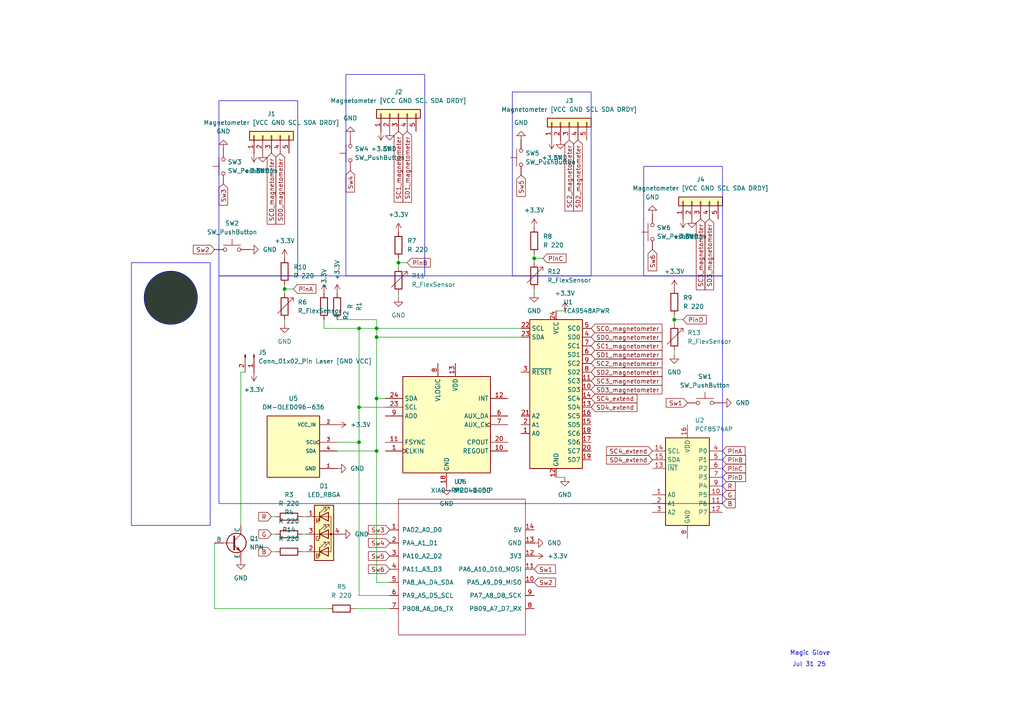
<source format=kicad_sch>
(kicad_sch (version 20250114) (generator "eeschema") (generator_version "9.0")
  (paper "A4")
  (lib_symbols
    (symbol "Connector:Conn_01x02_Pin" (pin_names (offset 1.016) (hide yes))
      (property "Reference" "J" (at 0 2.54 0))
      (property "Value" "Conn_01x02_Pin" (at 0 -5.08 0))
      (symbol "Conn_01x02_Pin_1_1"
        (rectangle (start 0.8636 0.127) (end 0 -0.127) (stroke (width 0.1524)) (fill (type outline)))
        (rectangle (start 0.8636 -2.413) (end 0 -2.667) (stroke (width 0.1524)) (fill (type outline)))
        (polyline (pts (xy 1.27 0) (xy 0.8636 0)) (stroke (width 0.1524)))
        (polyline (pts (xy 1.27 -2.54) (xy 0.8636 -2.54)) (stroke (width 0.1524)))
        (pin passive line (at 5.08 0 180) (length 3.81) (name "Pin_1") (number "1"))
        (pin passive line (at 5.08 -2.54 180) (length 3.81) (name "Pin_2") (number "2"))
      )
    )
    (symbol "Connector_Generic:Conn_01x05" (pin_names (offset 1.016) (hide yes))
      (property "Reference" "J" (at 0 7.62 0))
      (property "Value" "Conn_01x05" (at 0 -7.62 0))
      (symbol "Conn_01x05_1_1"
        (rectangle (start -1.27 6.35) (end 1.27 -6.35) (stroke (width 0.254)) (fill (type background)))
        (rectangle (start -1.27 5.207) (end 0 4.953) (stroke (width 0.1524)))
        (rectangle (start -1.27 2.667) (end 0 2.413) (stroke (width 0.1524)))
        (rectangle (start -1.27 0.127) (end 0 -0.127) (stroke (width 0.1524)))
        (rectangle (start -1.27 -2.413) (end 0 -2.667) (stroke (width 0.1524)))
        (rectangle (start -1.27 -4.953) (end 0 -5.207) (stroke (width 0.1524)))
        (pin passive line (at -5.08 5.08 0) (length 3.81) (name "Pin_1") (number "1"))
        (pin passive line (at -5.08 2.54 0) (length 3.81) (name "Pin_2") (number "2"))
        (pin passive line (at -5.08 0 0) (length 3.81) (name "Pin_3") (number "3"))
        (pin passive line (at -5.08 -2.54 0) (length 3.81) (name "Pin_4") (number "4"))
        (pin passive line (at -5.08 -5.08 0) (length 3.81) (name "Pin_5") (number "5"))
      )
    )
    (symbol "Device:LED_RBGA" (pin_names (offset 0) (hide yes))
      (property "Reference" "D" (at 0 9.398 0))
      (property "Value" "LED_RBGA" (at 0 -8.89 0))
      (symbol "LED_RBGA_0_0"
        (text "R" (at -1.905 3.81 0) (effects (font (size 1.27 1.27))))
        (text "G" (at -1.905 -1.27 0) (effects (font (size 1.27 1.27))))
        (text "B" (at -1.905 -6.35 0) (effects (font (size 1.27 1.27))))
      )
      (symbol "LED_RBGA_0_1"
        (polyline (pts (xy -1.27 6.35) (xy -1.27 3.81)) (stroke (width 0.254)))
        (polyline (pts (xy -1.27 6.35) (xy -1.27 3.81) (xy -1.27 3.81)))
        (polyline (pts (xy -1.27 5.08) (xy -2.54 5.08)))
        (polyline (pts (xy -1.27 5.08) (xy 1.27 5.08)))
        (polyline (pts (xy -1.27 1.27) (xy -1.27 -1.27)) (stroke (width 0.254)))
        (polyline (pts (xy -1.27 1.27) (xy -1.27 -1.27) (xy -1.27 -1.27)))
        (polyline (pts (xy -1.27 0) (xy -2.54 0)))
        (polyline (pts (xy -1.27 -3.81) (xy -1.27 -6.35)) (stroke (width 0.254)))
        (polyline (pts (xy -1.27 -5.08) (xy -2.54 -5.08)))
        (polyline (pts (xy -1.27 -5.08) (xy 1.27 -5.08)))
        (polyline (pts (xy -1.016 6.35) (xy 0.508 7.874) (xy -0.254 7.874) (xy 0.508 7.874) (xy 0.508 7.112)))
        (polyline (pts (xy -1.016 1.27) (xy 0.508 2.794) (xy -0.254 2.794) (xy 0.508 2.794) (xy 0.508 2.032)))
        (polyline (pts (xy -1.016 -3.81) (xy 0.508 -2.286) (xy -0.254 -2.286) (xy 0.508 -2.286) (xy 0.508 -3.048)))
        (polyline (pts (xy 0 6.35) (xy 1.524 7.874) (xy 0.762 7.874) (xy 1.524 7.874) (xy 1.524 7.112)))
        (polyline (pts (xy 0 1.27) (xy 1.524 2.794) (xy 0.762 2.794) (xy 1.524 2.794) (xy 1.524 2.032)))
        (polyline (pts (xy 0 -3.81) (xy 1.524 -2.286) (xy 0.762 -2.286) (xy 1.524 -2.286) (xy 1.524 -3.048)))
        (polyline (pts (xy 1.27 6.35) (xy 1.27 3.81) (xy -1.27 5.08) (xy 1.27 6.35)) (stroke (width 0.254)))
        (rectangle (start 1.27 6.35) (end 1.27 6.35))
        (rectangle (start 1.27 3.81) (end 1.27 6.35))
        (polyline (pts (xy 1.27 1.27) (xy 1.27 -1.27) (xy -1.27 0) (xy 1.27 1.27)) (stroke (width 0.254)))
        (rectangle (start 1.27 1.27) (end 1.27 1.27))
        (polyline (pts (xy 1.27 0) (xy -1.27 0)))
        (polyline (pts (xy 1.27 0) (xy 2.54 0)))
        (rectangle (start 1.27 -1.27) (end 1.27 1.27))
        (polyline (pts (xy 1.27 -3.81) (xy 1.27 -6.35) (xy -1.27 -5.08) (xy 1.27 -3.81)) (stroke (width 0.254)))
        (polyline (pts (xy 1.27 -5.08) (xy 2.032 -5.08) (xy 2.032 5.08) (xy 1.27 5.08)))
        (circle (center 2.032 0) (radius 0.254) (fill (type outline)))
        (rectangle (start 2.794 8.382) (end -2.794 -7.62) (stroke (width 0.254)) (fill (type background)))
      )
      (symbol "LED_RBGA_1_1"
        (pin passive line (at -5.08 5.08 0) (length 2.54) (name "RK") (number "1"))
        (pin passive line (at -5.08 0 0) (length 2.54) (name "GK") (number "3"))
        (pin passive line (at -5.08 -5.08 0) (length 2.54) (name "BK") (number "2"))
        (pin passive line (at 5.08 0 180) (length 2.54) (name "A") (number "4"))
      )
    )
    (symbol "Device:R" (pin_numbers (hide yes)) (pin_names (offset 0))
      (property "Reference" "R" (at 2.032 0 90))
      (property "Value" "R" (at 0 0 90))
      (symbol "R_0_1"
        (rectangle (start -1.016 -2.54) (end 1.016 2.54) (stroke (width 0.254)))
      )
      (symbol "R_1_1"
        (pin passive line (at 0 3.81 270) (length 1.27) (name "~") (number "1"))
        (pin passive line (at 0 -3.81 90) (length 1.27) (name "~") (number "2"))
      )
    )
    (symbol "Device:R_Variable" (pin_numbers (hide yes)) (pin_names (offset 0))
      (property "Reference" "R" (at 2.54 -2.54 90))
      (property "Value" "R_Variable" (at -2.54 -1.27 90))
      (symbol "R_Variable_0_1"
        (rectangle (start -1.016 -2.54) (end 1.016 2.54) (stroke (width 0.254)))
        (polyline (pts (xy 2.54 1.524) (xy 2.54 2.54) (xy 1.524 2.54) (xy 2.54 2.54) (xy -2.032 -2.032)))
      )
      (symbol "R_Variable_1_1"
        (pin passive line (at 0 3.81 270) (length 1.27) (name "~") (number "1"))
        (pin passive line (at 0 -3.81 90) (length 1.27) (name "~") (number "2"))
      )
    )
    (symbol "Interface_Expansion:PCF8574AP"
      (property "Reference" "U" (at -6.35 12.954 0))
      (property "Value" "PCF8574AP" (at 3.048 12.954 0))
      (symbol "PCF8574AP_0_1"
        (rectangle (start -6.35 -13.97) (end 6.35 11.43) (stroke (width 0.254)) (fill (type background)))
      )
      (symbol "PCF8574AP_1_1"
        (pin input line (at -10.16 7.62 0) (length 3.81) (name "SCL") (number "14"))
        (pin bidirectional line (at -10.16 5.08 0) (length 3.81) (name "SDA") (number "15"))
        (pin open_collector line (at -10.16 2.54 0) (length 3.81) (name "~{INT}") (number "13"))
        (pin input line (at -10.16 -5.08 0) (length 3.81) (name "A0") (number "1"))
        (pin input line (at -10.16 -7.62 0) (length 3.81) (name "A1") (number "2"))
        (pin input line (at -10.16 -10.16 0) (length 3.81) (name "A2") (number "3"))
        (pin power_in line (at 0 15.24 270) (length 3.81) (name "VDD") (number "16"))
        (pin power_in line (at 0 -17.78 90) (length 3.81) (name "GND") (number "8"))
        (pin bidirectional line (at 10.16 7.62 180) (length 3.81) (name "P0") (number "4"))
        (pin bidirectional line (at 10.16 5.08 180) (length 3.81) (name "P1") (number "5"))
        (pin bidirectional line (at 10.16 2.54 180) (length 3.81) (name "P2") (number "6"))
        (pin bidirectional line (at 10.16 0 180) (length 3.81) (name "P3") (number "7"))
        (pin bidirectional line (at 10.16 -2.54 180) (length 3.81) (name "P4") (number "9"))
        (pin bidirectional line (at 10.16 -5.08 180) (length 3.81) (name "P5") (number "10"))
        (pin bidirectional line (at 10.16 -7.62 180) (length 3.81) (name "P6") (number "11"))
        (pin bidirectional line (at 10.16 -10.16 180) (length 3.81) (name "P7") (number "12"))
      )
    )
    (symbol "Interface_Expansion:TCA9548APWR"
      (property "Reference" "U" (at -7.62 21.59 0))
      (property "Value" "TCA9548APWR" (at 1.016 21.59 0))
      (symbol "TCA9548APWR_0_1"
        (rectangle (start -7.62 20.32) (end 7.62 -22.86) (stroke (width 0.254)) (fill (type background)))
      )
      (symbol "TCA9548APWR_1_1"
        (pin input line (at -10.16 17.78 0) (length 2.54) (name "SCL") (number "22"))
        (pin bidirectional line (at -10.16 15.24 0) (length 2.54) (name "SDA") (number "23"))
        (pin input line (at -10.16 5.08 0) (length 2.54) (name "~{RESET}") (number "3"))
        (pin input line (at -10.16 -7.62 0) (length 2.54) (name "A2") (number "21"))
        (pin input line (at -10.16 -10.16 0) (length 2.54) (name "A1") (number "2"))
        (pin input line (at -10.16 -12.7 0) (length 2.54) (name "A0") (number "1"))
        (pin power_in line (at 0 22.86 270) (length 2.54) (name "VCC") (number "24"))
        (pin power_in line (at 0 -25.4 90) (length 2.54) (name "GND") (number "12"))
        (pin output line (at 10.16 17.78 180) (length 2.54) (name "SC0") (number "5"))
        (pin bidirectional line (at 10.16 15.24 180) (length 2.54) (name "SD0") (number "4"))
        (pin output line (at 10.16 12.7 180) (length 2.54) (name "SC1") (number "7"))
        (pin bidirectional line (at 10.16 10.16 180) (length 2.54) (name "SD1") (number "6"))
        (pin output line (at 10.16 7.62 180) (length 2.54) (name "SC2") (number "9"))
        (pin bidirectional line (at 10.16 5.08 180) (length 2.54) (name "SD2") (number "8"))
        (pin output line (at 10.16 2.54 180) (length 2.54) (name "SC3") (number "11"))
        (pin bidirectional line (at 10.16 0 180) (length 2.54) (name "SD3") (number "10"))
        (pin output line (at 10.16 -2.54 180) (length 2.54) (name "SC4") (number "14"))
        (pin bidirectional line (at 10.16 -5.08 180) (length 2.54) (name "SD4") (number "13"))
        (pin output line (at 10.16 -7.62 180) (length 2.54) (name "SC5") (number "16"))
        (pin bidirectional line (at 10.16 -10.16 180) (length 2.54) (name "SD5") (number "15"))
        (pin output line (at 10.16 -12.7 180) (length 2.54) (name "SC6") (number "18"))
        (pin bidirectional line (at 10.16 -15.24 180) (length 2.54) (name "SD6") (number "17"))
        (pin output line (at 10.16 -17.78 180) (length 2.54) (name "SC7") (number "20"))
        (pin bidirectional line (at 10.16 -20.32 180) (length 2.54) (name "SD7") (number "19"))
      )
    )
    (symbol "OLED:DM-OLED096-636" (pin_names (offset 1.016))
      (property "Reference" "U" (at -7.62 10.922 0))
      (property "Value" "DM-OLED096-636" (at -7.62 -10.16 0))
      (symbol "DM-OLED096-636_0_0"
        (rectangle (start -7.62 -7.62) (end 7.62 10.16) (stroke (width 0.254)) (fill (type background)))
        (pin power_in line (at 12.7 7.62 180) (length 5.08) (name "VCC_IN") (number "2"))
        (pin input clock (at 12.7 2.54 180) (length 5.08) (name "SCL") (number "3"))
        (pin bidirectional line (at 12.7 0 180) (length 5.08) (name "SDA") (number "4"))
        (pin power_in line (at 12.7 -5.08 180) (length 5.08) (name "GND") (number "1"))
      )
    )
    (symbol "Sensor_Motion:MPU-6050"
      (property "Reference" "U" (at -11.43 13.97 0))
      (property "Value" "MPU-6050" (at 7.62 -15.24 0))
      (symbol "MPU-6050_0_0"
        (text "" (at 12.7 -2.54 0) (effects (font (size 1.27 1.27))))
      )
      (symbol "MPU-6050_0_1"
        (rectangle (start -12.7 13.97) (end 12.7 -13.97) (stroke (width 0.254)) (fill (type background)))
      )
      (symbol "MPU-6050_1_1"
        (pin bidirectional line (at -17.78 7.62 0) (length 5.08) (name "SDA") (number "24"))
        (pin input line (at -17.78 5.08 0) (length 5.08) (name "SCL") (number "23"))
        (pin input line (at -17.78 2.54 0) (length 5.08) (name "AD0") (number "9"))
        (pin input line (at -17.78 -5.08 0) (length 5.08) (name "FSYNC") (number "11"))
        (pin input clock (at -17.78 -7.62 0) (length 5.08) (name "CLKIN") (number "1"))
        (pin no_connect line (at -12.7 12.7 0) (length 2.54) (hide yes) (name "NC") (number "2"))
        (pin no_connect line (at -12.7 10.16 0) (length 2.54) (hide yes) (name "NC") (number "3"))
        (pin no_connect line (at -12.7 0 0) (length 2.54) (hide yes) (name "NC") (number "4"))
        (pin no_connect line (at -12.7 -2.54 0) (length 2.54) (hide yes) (name "NC") (number "5"))
        (pin no_connect line (at -12.7 -10.16 0) (length 2.54) (hide yes) (name "NC") (number "14"))
        (pin power_in line (at -2.54 17.78 270) (length 3.81) (name "VLOGIC") (number "8"))
        (pin power_in line (at 0 -17.78 90) (length 3.81) (name "GND") (number "18"))
        (pin power_in line (at 2.54 17.78 270) (length 3.81) (name "VDD") (number "13"))
        (pin no_connect line (at 12.7 12.7 180) (length 2.54) (hide yes) (name "NC") (number "15"))
        (pin no_connect line (at 12.7 10.16 180) (length 2.54) (hide yes) (name "NC") (number "16"))
        (pin no_connect line (at 12.7 5.08 180) (length 2.54) (hide yes) (name "NC") (number "17"))
        (pin no_connect line (at 12.7 -2.54 180) (length 2.54) (hide yes) (name "RESV") (number "21"))
        (pin no_connect line (at 12.7 -10.16 180) (length 2.54) (hide yes) (name "RESV") (number "19"))
        (pin no_connect line (at 12.7 -12.7 180) (length 2.54) (hide yes) (name "RESV") (number "22"))
        (pin output line (at 17.78 7.62 180) (length 5.08) (name "INT") (number "12"))
        (pin bidirectional line (at 17.78 2.54 180) (length 5.08) (name "AUX_DA") (number "6"))
        (pin output clock (at 17.78 0 180) (length 5.08) (name "AUX_CL") (number "7"))
        (pin passive line (at 17.78 -5.08 180) (length 5.08) (name "CPOUT") (number "20"))
        (pin passive line (at 17.78 -7.62 180) (length 5.08) (name "REGOUT") (number "10"))
      )
    )
    (symbol "Simulation_SPICE:NPN" (pin_numbers (hide yes)) (pin_names (offset 0))
      (property "Reference" "Q" (at -2.54 7.62 0))
      (property "Value" "NPN" (at -2.54 5.08 0))
      (symbol "NPN_0_1"
        (polyline (pts (xy -2.54 0) (xy 0.635 0)) (stroke (width 0.1524)))
        (polyline (pts (xy 0.635 1.905) (xy 0.635 -1.905) (xy 0.635 -1.905)) (stroke (width 0.508)))
        (polyline (pts (xy 0.635 0.635) (xy 2.54 2.54)))
        (polyline (pts (xy 0.635 -0.635) (xy 2.54 -2.54) (xy 2.54 -2.54)))
        (circle (center 1.27 0) (radius 2.8194) (stroke (width 0.254)))
        (polyline (pts (xy 1.27 -1.778) (xy 1.778 -1.27) (xy 2.286 -2.286) (xy 1.27 -1.778) (xy 1.27 -1.778)) (fill (type outline)))
        (polyline (pts (xy 2.794 -1.27) (xy 2.794 -1.27)) (stroke (width 0.1524)))
        (polyline (pts (xy 2.794 -1.27) (xy 2.794 -1.27)) (stroke (width 0.1524)))
      )
      (symbol "NPN_1_1"
        (pin input line (at -5.08 0 0) (length 2.54) (name "B") (number "2"))
        (pin open_collector line (at 2.54 5.08 270) (length 2.54) (name "C") (number "1"))
        (pin open_emitter line (at 2.54 -5.08 90) (length 2.54) (name "E") (number "3"))
      )
    )
    (symbol "Switch:SW_Push" (pin_numbers (hide yes)) (pin_names (offset 1.016) (hide yes))
      (property "Reference" "SW" (at 1.27 2.54 0))
      (property "Value" "SW_Push" (at 0 -1.524 0))
      (symbol "SW_Push_0_1"
        (circle (center -2.032 0) (radius 0.508))
        (polyline (pts (xy 0 1.27) (xy 0 3.048)))
        (circle (center 2.032 0) (radius 0.508))
        (polyline (pts (xy 2.54 1.27) (xy -2.54 1.27)))
        (pin passive line (at -5.08 0 0) (length 2.54) (name "1") (number "1"))
        (pin passive line (at 5.08 0 180) (length 2.54) (name "2") (number "2"))
      )
    )
    (symbol "power:+3.3V" (power) (pin_numbers (hide yes)) (pin_names (offset 0) (hide yes))
      (property "Value" "+3.3V" (at 0 3.556 0))
      (symbol "+3.3V_0_1"
        (polyline (pts (xy -0.762 1.27) (xy 0 2.54)))
        (polyline (pts (xy 0 2.54) (xy 0.762 1.27)))
        (polyline (pts (xy 0 0) (xy 0 2.54)))
      )
      (symbol "+3.3V_1_1"
        (pin power_in line (at 0 0 90) (length 0) (name "~") (number "1"))
      )
    )
    (symbol "power:GND" (power) (pin_numbers (hide yes)) (pin_names (offset 0) (hide yes))
      (property "Value" "GND" (at 0 -3.81 0))
      (symbol "GND_0_1"
        (polyline (pts (xy 0 0) (xy 0 -1.27) (xy 1.27 -1.27) (xy 0 -2.54) (xy -1.27 -1.27) (xy 0 -1.27)))
      )
      (symbol "GND_1_1"
        (pin power_in line (at 0 0 270) (length 0) (name "~") (number "1"))
      )
    )
    (symbol "seeed:XIAO-RP2040-DIP" (pin_names (offset 1.016))
      (property "Reference" "U" (at -18.542 23.114 0))
      (property "Value" "XIAO-RP2040-DIP" (at -10.16 21.336 0))
      (symbol "XIAO-RP2040-DIP_0_1"
        (rectangle (start -19.05 20.32) (end 17.78 -19.05))
      )
      (symbol "XIAO-RP2040-DIP_1_1"
        (pin passive line (at -21.59 11.43 0) (length 2.54) (name "PA02_A0_D0") (number "1"))
        (pin passive line (at -21.59 7.62 0) (length 2.54) (name "PA4_A1_D1") (number "2"))
        (pin passive line (at -21.59 3.81 0) (length 2.54) (name "PA10_A2_D2") (number "3"))
        (pin passive line (at -21.59 0 0) (length 2.54) (name "PA11_A3_D3") (number "4"))
        (pin passive line (at -21.59 -3.81 0) (length 2.54) (name "PA8_A4_D4_SDA") (number "5"))
        (pin passive line (at -21.59 -7.62 0) (length 2.54) (name "PA9_A5_D5_SCL") (number "6"))
        (pin passive line (at -21.59 -11.43 0) (length 2.54) (name "PB08_A6_D6_TX") (number "7"))
        (pin passive line (at 20.32 11.43 180) (length 2.54) (name "5V") (number "14"))
        (pin passive line (at 20.32 7.62 180) (length 2.54) (name "GND") (number "13"))
        (pin passive line (at 20.32 3.81 180) (length 2.54) (name "3V3") (number "12"))
        (pin passive line (at 20.32 0 180) (length 2.54) (name "PA6_A10_D10_MOSI") (number "11"))
        (pin passive line (at 20.32 -3.81 180) (length 2.54) (name "PA5_A9_D9_MISO") (number "10"))
        (pin passive line (at 20.32 -7.62 180) (length 2.54) (name "PA7_A8_D8_SCK") (number "9"))
        (pin passive line (at 20.32 -11.43 180) (length 2.54) (name "PB09_A7_D7_RX") (number "8"))
      )
    )
  )
  (rectangle (start 63.5 29.21) (end 86.36 80.01))
  (rectangle (start 186.69 48.26) (end 209.55 80.01))
  (circle (center 49.53 86.36) (radius 7.7251) (fill (type color) (color 48 62 54 1)))
  (rectangle (start 148.59 26.67) (end 171.45 80.01))
  (rectangle (start 100.33 21.59) (end 123.19 80.01))
  (rectangle (start 63.5 80.01) (end 209.55 146.05))
  (rectangle (start 38.1 76.2) (end 60.96 152.4))
  (text "Magic Glove" (at 234.95 189.484 0) (effects (font (size 1.27 1.27))))
  (text "Jul 31 25" (at 234.696 192.786 0) (effects (font (size 1.27 1.27))))
  (junction (at 109.22 97.79))
  (junction (at 109.22 115.57))
  (junction (at 195.58 92.71))
  (junction (at 82.55 83.82))
  (junction (at 109.22 130.81))
  (junction (at 154.94 74.93))
  (junction (at 104.14 118.11))
  (junction (at 115.57 76.2))
  (junction (at 109.22 95.25))
  (junction (at 104.14 128.27))
  (junction (at 104.14 95.25))
  (wire (pts (xy 104.14 172.72) (xy 113.03 172.72)))
  (wire (pts (xy 87.63 149.86) (xy 88.9 149.86)))
  (wire (pts (xy 109.22 97.79) (xy 109.22 115.57)))
  (wire (pts (xy 69.85 107.95) (xy 69.85 152.4)))
  (wire (pts (xy 104.14 128.27) (xy 104.14 172.72)))
  (wire (pts (xy 82.55 82.55) (xy 82.55 83.82)))
  (wire (pts (xy 104.14 118.11) (xy 104.14 128.27)))
  (wire (pts (xy 102.87 176.53) (xy 113.03 176.53)))
  (wire (pts (xy 93.98 92.71) (xy 93.98 95.25)))
  (wire (pts (xy 104.14 95.25) (xy 104.14 118.11)))
  (wire (pts (xy 97.79 92.71) (xy 109.22 92.71)))
  (wire (pts (xy 62.23 176.53) (xy 95.25 176.53)))
  (wire (pts (xy 82.55 92.71) (xy 82.55 93.98)))
  (wire (pts (xy 104.14 95.25) (xy 109.22 95.25)))
  (wire (pts (xy 109.22 130.81) (xy 109.22 168.91)))
  (wire (pts (xy 115.57 85.09) (xy 115.57 86.36)))
  (wire (pts (xy 154.94 74.93) (xy 154.94 76.2)))
  (wire (pts (xy 115.57 74.93) (xy 115.57 76.2)))
  (wire (pts (xy 195.58 92.71) (xy 198.12 92.71)))
  (wire (pts (xy 62.23 157.48) (xy 62.23 176.53)))
  (wire (pts (xy 195.58 101.6) (xy 195.58 102.87)))
  (wire (pts (xy 78.74 154.94) (xy 80.01 154.94)))
  (wire (pts (xy 109.22 92.71) (xy 109.22 95.25)))
  (wire (pts (xy 109.22 115.57) (xy 109.22 130.81)))
  (wire (pts (xy 78.74 160.02) (xy 80.01 160.02)))
  (wire (pts (xy 109.22 97.79) (xy 151.13 97.79)))
  (wire (pts (xy 87.63 154.94) (xy 88.9 154.94)))
  (wire (pts (xy 71.12 107.95) (xy 69.85 107.95)))
  (wire (pts (xy 161.29 138.43) (xy 163.83 138.43)))
  (wire (pts (xy 154.94 74.93) (xy 157.48 74.93)))
  (wire (pts (xy 93.98 95.25) (xy 104.14 95.25)))
  (wire (pts (xy 161.29 90.17) (xy 163.83 90.17)))
  (wire (pts (xy 104.14 118.11) (xy 111.76 118.11)))
  (wire (pts (xy 195.58 91.44) (xy 195.58 92.71)))
  (wire (pts (xy 154.94 83.82) (xy 154.94 85.09)))
  (wire (pts (xy 109.22 168.91) (xy 113.03 168.91)))
  (wire (pts (xy 109.22 95.25) (xy 151.13 95.25)))
  (wire (pts (xy 109.22 97.79) (xy 109.22 95.25)))
  (wire (pts (xy 115.57 76.2) (xy 115.57 77.47)))
  (wire (pts (xy 195.58 92.71) (xy 195.58 93.98)))
  (wire (pts (xy 78.74 149.86) (xy 80.01 149.86)))
  (wire (pts (xy 97.79 128.27) (xy 104.14 128.27)))
  (wire (pts (xy 87.63 160.02) (xy 88.9 160.02)))
  (wire (pts (xy 115.57 76.2) (xy 118.11 76.2)))
  (wire (pts (xy 111.76 115.57) (xy 109.22 115.57)))
  (wire (pts (xy 82.55 83.82) (xy 82.55 85.09)))
  (wire (pts (xy 82.55 83.82) (xy 85.09 83.82)))
  (wire (pts (xy 97.79 130.81) (xy 109.22 130.81)))
  (wire (pts (xy 154.94 73.66) (xy 154.94 74.93)))
  (global_label "SD4_extend" (shape input) (at 171.45 118.11 0) (property "Intersheetrefs" "${INTERSHEET_REFS}" (effects (hide yes))))
  (global_label "SC2_magnetometer" (shape input) (at 165.1 40.64 270) (property "Intersheetrefs" "${INTERSHEET_REFS}" (effects (hide yes))))
  (global_label "Sw5" (shape input) (at 113.03 161.29 180) (property "Intersheetrefs" "${INTERSHEET_REFS}" (effects (hide yes))))
  (global_label "Sw3" (shape input) (at 64.77 53.34 270) (property "Intersheetrefs" "${INTERSHEET_REFS}" (effects (hide yes))))
  (global_label "SD2_magnetometer" (shape input) (at 167.64 40.64 270) (property "Intersheetrefs" "${INTERSHEET_REFS}" (effects (hide yes))))
  (global_label "Sw5" (shape input) (at 151.13 50.8 270) (property "Intersheetrefs" "${INTERSHEET_REFS}" (effects (hide yes))))
  (global_label "PinA" (shape input) (at 85.09 83.82 0) (property "Intersheetrefs" "${INTERSHEET_REFS}" (effects (hide yes))))
  (global_label "SC2_magnetometer" (shape input) (at 171.45 105.41 0) (property "Intersheetrefs" "${INTERSHEET_REFS}" (effects (hide yes))))
  (global_label "PinD" (shape input) (at 209.55 138.43 0) (property "Intersheetrefs" "${INTERSHEET_REFS}" (effects (hide yes))))
  (global_label "Sw1" (shape input) (at 199.39 116.84 180) (property "Intersheetrefs" "${INTERSHEET_REFS}" (effects (hide yes))))
  (global_label "SC0_magnetometer" (shape input) (at 171.45 95.25 0) (property "Intersheetrefs" "${INTERSHEET_REFS}" (effects (hide yes))))
  (global_label "PinC" (shape input) (at 157.48 74.93 0) (property "Intersheetrefs" "${INTERSHEET_REFS}" (effects (hide yes))))
  (global_label "SD2_magnetometer" (shape input) (at 171.45 107.95 0) (property "Intersheetrefs" "${INTERSHEET_REFS}" (effects (hide yes))))
  (global_label "SC4_extend" (shape input) (at 189.23 130.81 180) (property "Intersheetrefs" "${INTERSHEET_REFS}" (effects (hide yes))))
  (global_label "SD3_magnetometer" (shape input) (at 205.74 63.5 270) (property "Intersheetrefs" "${INTERSHEET_REFS}" (effects (hide yes))))
  (global_label "SD3_magnetometer" (shape input) (at 171.45 113.03 0) (property "Intersheetrefs" "${INTERSHEET_REFS}" (effects (hide yes))))
  (global_label "PinC" (shape input) (at 209.55 135.89 0) (property "Intersheetrefs" "${INTERSHEET_REFS}" (effects (hide yes))))
  (global_label "G" (shape input) (at 209.55 143.51 0) (property "Intersheetrefs" "${INTERSHEET_REFS}" (effects (hide yes))))
  (global_label "Sw2" (shape input) (at 62.23 72.39 180) (property "Intersheetrefs" "${INTERSHEET_REFS}" (effects (hide yes))))
  (global_label "PinA" (shape input) (at 209.55 130.81 0) (property "Intersheetrefs" "${INTERSHEET_REFS}" (effects (hide yes))))
  (global_label "SC4_extend" (shape input) (at 171.45 115.57 0) (property "Intersheetrefs" "${INTERSHEET_REFS}" (effects (hide yes))))
  (global_label "R" (shape input) (at 209.55 140.97 0) (property "Intersheetrefs" "${INTERSHEET_REFS}" (effects (hide yes))))
  (global_label "SD0_magnetometer" (shape input) (at 81.28 44.45 270) (property "Intersheetrefs" "${INTERSHEET_REFS}" (effects (hide yes))))
  (global_label "Sw3" (shape input) (at 113.03 153.67 180) (property "Intersheetrefs" "${INTERSHEET_REFS}" (effects (hide yes))))
  (global_label "Sw6" (shape input) (at 113.03 165.1 180) (property "Intersheetrefs" "${INTERSHEET_REFS}" (effects (hide yes))))
  (global_label "Sw4" (shape input) (at 113.03 157.48 180) (property "Intersheetrefs" "${INTERSHEET_REFS}" (effects (hide yes))))
  (global_label "PinD" (shape input) (at 198.12 92.71 0) (property "Intersheetrefs" "${INTERSHEET_REFS}" (effects (hide yes))))
  (global_label "SC1_magnetometer" (shape input) (at 171.45 100.33 0) (property "Intersheetrefs" "${INTERSHEET_REFS}" (effects (hide yes))))
  (global_label "Sw4" (shape input) (at 101.6 49.53 270) (property "Intersheetrefs" "${INTERSHEET_REFS}" (effects (hide yes))))
  (global_label "SC3_magnetometer" (shape input) (at 203.2 63.5 270) (property "Intersheetrefs" "${INTERSHEET_REFS}" (effects (hide yes))))
  (global_label "SC3_magnetometer" (shape input) (at 171.45 110.49 0) (property "Intersheetrefs" "${INTERSHEET_REFS}" (effects (hide yes))))
  (global_label "B" (shape input) (at 209.55 146.05 0) (property "Intersheetrefs" "${INTERSHEET_REFS}" (effects (hide yes))))
  (global_label "R" (shape input) (at 78.74 149.86 180) (property "Intersheetrefs" "${INTERSHEET_REFS}" (effects (hide yes))))
  (global_label "PinB" (shape input) (at 118.11 76.2 0) (property "Intersheetrefs" "${INTERSHEET_REFS}" (effects (hide yes))))
  (global_label "Sw2" (shape input) (at 154.94 168.91 0) (property "Intersheetrefs" "${INTERSHEET_REFS}" (effects (hide yes))))
  (global_label "SC0_magnetometer" (shape input) (at 78.74 44.45 270) (property "Intersheetrefs" "${INTERSHEET_REFS}" (effects (hide yes))))
  (global_label "SD1_magnetometer" (shape input) (at 171.45 102.87 0) (property "Intersheetrefs" "${INTERSHEET_REFS}" (effects (hide yes))))
  (global_label "SC1_magnetometer" (shape input) (at 115.57 38.1 270) (property "Intersheetrefs" "${INTERSHEET_REFS}" (effects (hide yes))))
  (global_label "SD4_extend" (shape input) (at 189.23 133.35 180) (property "Intersheetrefs" "${INTERSHEET_REFS}" (effects (hide yes))))
  (global_label "Sw6" (shape input) (at 189.23 72.39 270) (property "Intersheetrefs" "${INTERSHEET_REFS}" (effects (hide yes))))
  (global_label "SD0_magnetometer" (shape input) (at 171.45 97.79 0) (property "Intersheetrefs" "${INTERSHEET_REFS}" (effects (hide yes))))
  (global_label "B" (shape input) (at 78.74 160.02 180) (property "Intersheetrefs" "${INTERSHEET_REFS}" (effects (hide yes))))
  (global_label "G" (shape input) (at 78.74 154.94 180) (property "Intersheetrefs" "${INTERSHEET_REFS}" (effects (hide yes))))
  (global_label "Sw1" (shape input) (at 154.94 165.1 0) (property "Intersheetrefs" "${INTERSHEET_REFS}" (effects (hide yes))))
  (global_label "SD1_magnetometer" (shape input) (at 118.11 38.1 270) (property "Intersheetrefs" "${INTERSHEET_REFS}" (effects (hide yes))))
  (global_label "PinB" (shape input) (at 209.55 133.35 0) (property "Intersheetrefs" "${INTERSHEET_REFS}" (effects (hide yes))))
  (symbol (lib_id "Sensor_Motion:MPU-6050") (at 129.54 123.19 0) (unit 1)
    (property "Reference" "U7" (at 131.6833 139.7 0) (effects (justify left)))
    (property "Value" "MPU-6050" (at 131.6833 142.24 0) (effects (justify left)))
    (property "Footprint" "Sensor_Motion:InvenSense_QFN-24_4x4mm_P0.5mm" (effects (hide yes)))
    (property "Datasheet" "https://invensense.tdk.com/wp-content/uploads/2015/02/MPU-6000-Datasheet1.pdf" (effects (hide yes)))
    (property "Description" "InvenSense 6-Axis Motion Sensor, Gyroscope, Accelerometer, I2C" (effects (hide yes)))
  )
  (symbol (lib_id "power:GND") (at 129.54 140.97 0) (unit 1)
    (property "Reference" "#PWR017" (effects (hide yes)))
    (property "Value" "GND" (at 129.54 146.05 0))
    (property "Description" "Power symbol creates a global label with name \"GND\" , ground" (effects (hide yes)))
  )
  (symbol (lib_id "power:GND") (at 101.6 39.37 180) (unit 1)
    (property "Reference" "#PWR019" (effects (hide yes)))
    (property "Value" "GND" (at 101.6 34.29 0))
    (property "Description" "Power symbol creates a global label with name \"GND\" , ground" (effects (hide yes)))
  )
  (symbol (lib_id "power:GND") (at 97.79 135.89 90) (unit 1)
    (property "Reference" "#PWR03" (effects (hide yes)))
    (property "Value" "GND" (at 101.6 135.8899 90) (effects (justify right)))
    (property "Description" "Power symbol creates a global label with name \"GND\" , ground" (effects (hide yes)))
  )
  (symbol (lib_id "Device:R") (at 154.94 69.85 180) (unit 1)
    (property "Reference" "R8" (at 157.48 68.5799 0) (effects (justify right)))
    (property "Value" "R 220" (at 157.48 71.1199 0) (effects (justify right)))
    (property "Description" "Resistor" (effects (hide yes)))
  )
  (symbol (lib_id "power:GND") (at 162.56 40.64 0) (unit 1)
    (property "Reference" "#PWR06" (effects (hide yes)))
    (property "Value" "GND" (at 162.56 45.72 0))
    (property "Description" "Power symbol creates a global label with name \"GND\" , ground" (effects (hide yes)))
  )
  (symbol (lib_id "Switch:SW_Push") (at 67.31 72.39 0) (unit 1)
    (property "Reference" "SW2" (at 67.31 64.77 0))
    (property "Value" "SW_PushButton" (at 67.31 67.31 0))
    (property "Description" "Push button switch, generic, two pins" (effects (hide yes)))
  )
  (symbol (lib_id "power:+3.3V") (at 115.57 67.31 0) (unit 1)
    (property "Reference" "#PWR029" (effects (hide yes)))
    (property "Value" "+3.3V" (at 115.57 62.23 0))
    (property "Description" "Power symbol creates a global label with name \"+3.3V\"" (effects (hide yes)))
  )
  (symbol (lib_id "Device:R") (at 93.98 88.9 0) (unit 1)
    (property "Reference" "R2" (at 100.33 91.44 90))
    (property "Value" "R" (at 97.79 91.44 90))
    (property "Description" "Resistor" (effects (hide yes)))
  )
  (symbol (lib_id "Switch:SW_Push") (at 204.47 116.84 0) (unit 1)
    (property "Reference" "SW1" (at 204.47 109.22 0))
    (property "Value" "SW_PushButton" (at 204.47 111.76 0))
    (property "Description" "Push button switch, generic, two pins" (effects (hide yes)))
  )
  (symbol (lib_id "power:GND") (at 195.58 102.87 0) (unit 1)
    (property "Reference" "#PWR034" (effects (hide yes)))
    (property "Value" "GND" (at 195.58 107.95 0))
    (property "Description" "Power symbol creates a global label with name \"GND\" , ground" (effects (hide yes)))
  )
  (symbol (lib_id "power:GND") (at 154.94 85.09 0) (unit 1)
    (property "Reference" "#PWR032" (effects (hide yes)))
    (property "Value" "GND" (at 154.94 90.17 0))
    (property "Description" "Power symbol creates a global label with name \"GND\" , ground" (effects (hide yes)))
  )
  (symbol (lib_id "Device:R") (at 82.55 78.74 180) (unit 1)
    (property "Reference" "R10" (at 85.09 77.4699 0) (effects (justify right)))
    (property "Value" "R 220" (at 85.09 80.0099 0) (effects (justify right)))
    (property "Description" "Resistor" (effects (hide yes)))
  )
  (symbol (lib_id "power:+3.3V") (at 97.79 85.09 0) (unit 1)
    (property "Reference" "#PWR01" (effects (hide yes)))
    (property "Value" "+3.3V" (at 97.7901 81.28 90) (effects (justify left)))
    (property "Description" "Power symbol creates a global label with name \"+3.3V\"" (effects (hide yes)))
  )
  (symbol (lib_id "Device:R_Variable") (at 82.55 88.9 0) (unit 1)
    (property "Reference" "R6" (at 86.36 87.6299 0) (effects (justify left)))
    (property "Value" "R_FlexSensor" (at 86.36 90.1699 0) (effects (justify left)))
    (property "Description" "Variable resistor" (effects (hide yes)))
  )
  (symbol (lib_id "Switch:SW_Push") (at 151.13 45.72 90) (unit 1)
    (property "Reference" "SW5" (at 152.4 44.4499 90) (effects (justify right)))
    (property "Value" "SW_PushButton" (at 152.4 46.9899 90) (effects (justify right)))
    (property "Description" "Push button switch, generic, two pins" (effects (hide yes)))
  )
  (symbol (lib_id "Device:LED_RBGA") (at 93.98 154.94 0) (unit 1)
    (property "Reference" "D1" (at 93.98 140.97 0))
    (property "Value" "LED_RBGA" (at 93.98 143.51 0))
    (property "Description" "RGB LED, red/blue/green/anode" (effects (hide yes)))
  )
  (symbol (lib_id "Simulation_SPICE:NPN") (at 67.31 157.48 0) (unit 1)
    (property "Reference" "Q1" (at 72.39 156.2099 0) (effects (justify left)))
    (property "Value" "NPN" (at 72.39 158.7499 0) (effects (justify left)))
    (property "Datasheet" "https://ngspice.sourceforge.io/docs/ngspice-html-manual/manual.xhtml#cha_BJTs" (effects (hide yes)))
    (property "Description" "Bipolar transistor symbol for simulation only, substrate tied to the emitter" (effects (hide yes)))
    (property "Sim.Device" "NPN" (effects (hide yes)))
    (property "Sim.Type" "GUMMELPOON" (effects (hide yes)))
    (property "Sim.Pins" "1=C 2=B 3=E" (effects (hide yes)))
  )
  (symbol (lib_id "power:GND") (at 69.85 162.56 0) (unit 1)
    (property "Reference" "#PWR025" (effects (hide yes)))
    (property "Value" "GND" (at 69.85 167.64 0))
    (property "Description" "Power symbol creates a global label with name \"GND\" , ground" (effects (hide yes)))
  )
  (symbol (lib_id "power:GND") (at 72.39 72.39 90) (unit 1)
    (property "Reference" "#PWR024" (effects (hide yes)))
    (property "Value" "GND" (at 76.2 72.3899 90) (effects (justify right)))
    (property "Description" "Power symbol creates a global label with name \"GND\" , ground" (effects (hide yes)))
  )
  (symbol (lib_id "power:+3.3V") (at 154.94 66.04 0) (unit 1)
    (property "Reference" "#PWR031" (effects (hide yes)))
    (property "Value" "+3.3V" (at 154.94 60.96 0))
    (property "Description" "Power symbol creates a global label with name \"+3.3V\"" (effects (hide yes)))
  )
  (symbol (lib_id "power:+3.3V") (at 195.58 83.82 0) (unit 1)
    (property "Reference" "#PWR033" (effects (hide yes)))
    (property "Value" "+3.3V" (at 195.58 78.74 0))
    (property "Description" "Power symbol creates a global label with name \"+3.3V\"" (effects (hide yes)))
  )
  (symbol (lib_id "power:GND") (at 82.55 93.98 0) (unit 1)
    (property "Reference" "#PWR027" (effects (hide yes)))
    (property "Value" "GND" (at 82.55 99.06 0))
    (property "Description" "Power symbol creates a global label with name \"GND\" , ground" (effects (hide yes)))
  )
  (symbol (lib_id "power:+3.3V") (at 110.49 38.1 180) (unit 1)
    (property "Reference" "#PWR010" (effects (hide yes)))
    (property "Value" "+3.3V" (at 110.49 43.18 0))
    (property "Description" "Power symbol creates a global label with name \"+3.3V\"" (effects (hide yes)))
  )
  (symbol (lib_id "Switch:SW_Push") (at 64.77 48.26 90) (unit 1)
    (property "Reference" "SW3" (at 66.04 46.9899 90) (effects (justify right)))
    (property "Value" "SW_PushButton" (at 66.04 49.5299 90) (effects (justify right)))
    (property "Description" "Push button switch, generic, two pins" (effects (hide yes)))
  )
  (symbol (lib_id "Device:R") (at 83.82 160.02 90) (unit 1)
    (property "Reference" "R14" (at 83.82 153.67 90))
    (property "Value" "R 220" (at 83.82 156.21 90))
    (property "Description" "Resistor" (effects (hide yes)))
  )
  (symbol (lib_id "OLED:DM-OLED096-636") (at 85.09 130.81 0) (unit 1)
    (property "Reference" "U5" (at 85.09 115.57 0))
    (property "Value" "DM-OLED096-636" (at 85.09 118.11 0))
    (property "Footprint" "DM-OLED096-636:MODULE_DM-OLED096-636" (effects (hide yes)))
    (property "MF" "Display Module" (effects (hide yes)))
    (property "MAXIMUM_PACKAGE_HEIGHT" "11.3 mm" (effects (hide yes)))
    (property "Package" "Package" (effects (hide yes)))
    (property "Price" "None" (effects (hide yes)))
    (property "Check_prices" "https://www.snapeda.com/parts/DM-OLED096-636/Display+Module/view-part/?ref=eda" (effects (hide yes)))
    (property "STANDARD" "Manufacturer Recommendations" (effects (hide yes)))
    (property "PARTREV" "2018-09-10" (effects (hide yes)))
    (property "SnapEDA_Link" "https://www.snapeda.com/parts/DM-OLED096-636/Display+Module/view-part/?ref=snap" (effects (hide yes)))
    (property "MP" "DM-OLED096-636" (effects (hide yes)))
    (property "Description_1" "0.96” 128 X 64 MONOCHROME GRAPHIC OLED DISPLAY MODULE - I2C" (effects (hide yes)))
    (property "Availability" "Not in stock" (effects (hide yes)))
    (property "MANUFACTURER" "Displaymodule" (effects (hide yes)))
  )
  (symbol (lib_id "power:+3.3V") (at 154.94 161.29 270) (unit 1)
    (property "Reference" "#PWR014" (effects (hide yes)))
    (property "Value" "+3.3V" (at 158.75 161.2899 90) (effects (justify left)))
    (property "Description" "Power symbol creates a global label with name \"+3.3V\"" (effects (hide yes)))
  )
  (symbol (lib_id "power:GND") (at 115.57 86.36 0) (unit 1)
    (property "Reference" "#PWR030" (effects (hide yes)))
    (property "Value" "GND" (at 115.57 91.44 0))
    (property "Description" "Power symbol creates a global label with name \"GND\" , ground" (effects (hide yes)))
  )
  (symbol (lib_id "Device:R") (at 83.82 154.94 90) (unit 1)
    (property "Reference" "R4" (at 83.82 148.59 90))
    (property "Value" "R 220" (at 83.82 151.13 90))
    (property "Description" "Resistor" (effects (hide yes)))
  )
  (symbol (lib_id "power:+3.3V") (at 93.98 85.09 0) (unit 1)
    (property "Reference" "#PWR02" (effects (hide yes)))
    (property "Value" "+3.3V" (at 93.9801 83.82 90) (effects (justify left)))
    (property "Description" "Power symbol creates a global label with name \"+3.3V\"" (effects (hide yes)))
  )
  (symbol (lib_id "Device:R_Variable") (at 195.58 97.79 0) (unit 1)
    (property "Reference" "R13" (at 199.39 96.5199 0) (effects (justify left)))
    (property "Value" "R_FlexSensor" (at 199.39 99.0599 0) (effects (justify left)))
    (property "Description" "Variable resistor" (effects (hide yes)))
  )
  (symbol (lib_id "Device:R") (at 99.06 176.53 90) (unit 1)
    (property "Reference" "R5" (at 99.06 170.18 90))
    (property "Value" "R 220" (at 99.06 172.72 90))
    (property "Description" "Resistor" (effects (hide yes)))
  )
  (symbol (lib_id "Device:R_Variable") (at 154.94 80.01 0) (unit 1)
    (property "Reference" "R12" (at 158.75 78.7399 0) (effects (justify left)))
    (property "Value" "R_FlexSensor" (at 158.75 81.2799 0) (effects (justify left)))
    (property "Description" "Variable resistor" (effects (hide yes)))
  )
  (symbol (lib_id "power:GND") (at 113.03 38.1 0) (unit 1)
    (property "Reference" "#PWR05" (effects (hide yes)))
    (property "Value" "GND" (at 113.03 43.18 0))
    (property "Description" "Power symbol creates a global label with name \"GND\" , ground" (effects (hide yes)))
  )
  (symbol (lib_id "Device:R") (at 97.79 88.9 0) (unit 1)
    (property "Reference" "R1" (at 104.14 88.9 90))
    (property "Value" "R" (at 101.6 88.9 90))
    (property "Description" "Resistor" (effects (hide yes)))
  )
  (symbol (lib_id "power:GND") (at 163.83 138.43 0) (unit 1)
    (property "Reference" "#PWR04" (effects (hide yes)))
    (property "Value" "GND" (at 163.83 143.51 0))
    (property "Description" "Power symbol creates a global label with name \"GND\" , ground" (effects (hide yes)))
  )
  (symbol (lib_id "power:+3.3V") (at 198.12 63.5 180) (unit 1)
    (property "Reference" "#PWR012" (effects (hide yes)))
    (property "Value" "+3.3V" (at 198.12 68.58 0))
    (property "Description" "Power symbol creates a global label with name \"+3.3V\"" (effects (hide yes)))
  )
  (symbol (lib_id "Interface_Expansion:PCF8574AP") (at 199.39 138.43 0) (unit 1)
    (property "Reference" "U2" (at 201.5333 121.92 0) (effects (justify left)))
    (property "Value" "PCF8574AP" (at 201.5333 124.46 0) (effects (justify left)))
    (property "Footprint" "Package_DIP:DIP-16_W7.62mm" (effects (hide yes)))
    (property "Datasheet" "http://www.nxp.com/docs/en/data-sheet/PCF8574_PCF8574A.pdf" (effects (hide yes)))
    (property "Description" "8 Bit Port/Expander to I2C Bus, fixed address bits 0b0111, DIP-16" (effects (hide yes)))
  )
  (symbol (lib_id "Device:R") (at 83.82 149.86 90) (unit 1)
    (property "Reference" "R3" (at 83.82 143.51 90))
    (property "Value" "R 220" (at 83.82 146.05 90))
    (property "Description" "Resistor" (effects (hide yes)))
  )
  (symbol (lib_id "power:+3.3V") (at 160.02 40.64 180) (unit 1)
    (property "Reference" "#PWR011" (effects (hide yes)))
    (property "Value" "+3.3V" (at 160.02 45.72 0))
    (property "Description" "Power symbol creates a global label with name \"+3.3V\"" (effects (hide yes)))
  )
  (symbol (lib_id "Interface_Expansion:TCA9548APWR") (at 161.29 113.03 0) (unit 1)
    (property "Reference" "U1" (at 163.4333 87.63 0) (effects (justify left)))
    (property "Value" "TCA9548APWR" (at 163.4333 90.17 0) (effects (justify left)))
    (property "Footprint" "Package_SO:TSSOP-24_4.4x7.8mm_P0.65mm" (effects (hide yes)))
    (property "Datasheet" "http://www.ti.com/lit/ds/symlink/tca9548a.pdf" (effects (hide yes)))
    (property "Description" "Low voltage 8-channel I2C switch with reset, TSSOP-24" (effects (hide yes)))
  )
  (symbol (lib_id "power:GND") (at 64.77 43.18 180) (unit 1)
    (property "Reference" "#PWR018" (effects (hide yes)))
    (property "Value" "GND" (at 64.77 38.1 0))
    (property "Description" "Power symbol creates a global label with name \"GND\" , ground" (effects (hide yes)))
  )
  (symbol (lib_id "power:GND") (at 200.66 63.5 0) (unit 1)
    (property "Reference" "#PWR07" (effects (hide yes)))
    (property "Value" "GND" (at 200.66 68.58 0))
    (property "Description" "Power symbol creates a global label with name \"GND\" , ground" (effects (hide yes)))
  )
  (symbol (lib_id "power:+3.3V") (at 73.66 44.45 180) (unit 1)
    (property "Reference" "#PWR09" (effects (hide yes)))
    (property "Value" "+3.3V" (at 73.66 49.53 0))
    (property "Description" "Power symbol creates a global label with name \"+3.3V\"" (effects (hide yes)))
  )
  (symbol (lib_id "power:GND") (at 189.23 62.23 180) (unit 1)
    (property "Reference" "#PWR021" (effects (hide yes)))
    (property "Value" "GND" (at 189.23 57.15 0))
    (property "Description" "Power symbol creates a global label with name \"GND\" , ground" (effects (hide yes)))
  )
  (symbol (lib_id "Switch:SW_Push") (at 189.23 67.31 90) (unit 1)
    (property "Reference" "SW6" (at 190.5 66.0399 90) (effects (justify right)))
    (property "Value" "SW_PushButton" (at 190.5 68.5799 90) (effects (justify right)))
    (property "Description" "Push button switch, generic, two pins" (effects (hide yes)))
  )
  (symbol (lib_id "power:GND") (at 209.55 116.84 90) (unit 1)
    (property "Reference" "#PWR023" (effects (hide yes)))
    (property "Value" "GND" (at 213.36 116.8399 90) (effects (justify right)))
    (property "Description" "Power symbol creates a global label with name \"GND\" , ground" (effects (hide yes)))
  )
  (symbol (lib_id "power:GND") (at 99.06 154.94 90) (unit 1)
    (property "Reference" "#PWR022" (effects (hide yes)))
    (property "Value" "GND" (at 102.87 154.9399 90) (effects (justify right)))
    (property "Description" "Power symbol creates a global label with name \"GND\" , ground" (effects (hide yes)))
  )
  (symbol (lib_id "power:+3.3V") (at 97.79 123.19 270) (unit 1)
    (property "Reference" "#PWR015" (effects (hide yes)))
    (property "Value" "+3.3V" (at 101.6 123.1899 90) (effects (justify left)))
    (property "Description" "Power symbol creates a global label with name \"+3.3V\"" (effects (hide yes)))
  )
  (symbol (lib_id "Device:R") (at 195.58 87.63 180) (unit 1)
    (property "Reference" "R9" (at 198.12 86.3599 0) (effects (justify right)))
    (property "Value" "R 220" (at 198.12 88.8999 0) (effects (justify right)))
    (property "Description" "Resistor" (effects (hide yes)))
  )
  (symbol (lib_id "Device:R") (at 115.57 71.12 180) (unit 1)
    (property "Reference" "R7" (at 118.11 69.8499 0) (effects (justify right)))
    (property "Value" "R 220" (at 118.11 72.3899 0) (effects (justify right)))
    (property "Description" "Resistor" (effects (hide yes)))
  )
  (symbol (lib_id "Connector:Conn_01x02_Pin") (at 73.66 102.87 270) (unit 1)
    (property "Reference" "J5" (at 74.93 102.2349 90) (effects (justify left)))
    (property "Value" "Conn_01x02_Pin Laser [GND VCC]" (at 74.93 104.7749 90) (effects (justify left)))
    (property "Description" "Generic connector, single row, 01x02, script generated" (effects (hide yes)))
  )
  (symbol (lib_id "Connector_Generic:Conn_01x05") (at 165.1 35.56 90) (unit 1)
    (property "Reference" "J3" (at 165.1 29.21 90))
    (property "Value" "Magnetometer [VCC GND SCL SDA DRDY]" (at 165.1 31.75 90))
    (property "Description" "Generic connector, single row, 01x05, script generated (kicad-library-utils/schlib/autogen/connector/)" (effects (hide yes)))
  )
  (symbol (lib_id "power:GND") (at 76.2 44.45 0) (unit 1)
    (property "Reference" "#PWR08" (effects (hide yes)))
    (property "Value" "GND" (at 76.2 49.53 0))
    (property "Description" "Power symbol creates a global label with name \"GND\" , ground" (effects (hide yes)))
  )
  (symbol (lib_id "Connector_Generic:Conn_01x05") (at 203.2 58.42 90) (unit 1)
    (property "Reference" "J4" (at 203.2 52.07 90))
    (property "Value" "Magnetometer [VCC GND SCL SDA DRDY]" (at 203.2 54.61 90))
    (property "Description" "Generic connector, single row, 01x05, script generated (kicad-library-utils/schlib/autogen/connector/)" (effects (hide yes)))
  )
  (symbol (lib_id "power:+3.3V") (at 73.66 107.95 180) (unit 1)
    (property "Reference" "#PWR026" (effects (hide yes)))
    (property "Value" "+3.3V" (at 73.66 113.03 0))
    (property "Description" "Power symbol creates a global label with name \"+3.3V\"" (effects (hide yes)))
  )
  (symbol (lib_id "power:GND") (at 151.13 40.64 180) (unit 1)
    (property "Reference" "#PWR020" (effects (hide yes)))
    (property "Value" "GND" (at 151.13 35.56 0))
    (property "Description" "Power symbol creates a global label with name \"GND\" , ground" (effects (hide yes)))
  )
  (symbol (lib_id "power:+3.3V") (at 163.83 90.17 0) (unit 1)
    (property "Reference" "#PWR013" (effects (hide yes)))
    (property "Value" "+3.3V" (at 163.83 85.09 0))
    (property "Description" "Power symbol creates a global label with name \"+3.3V\"" (effects (hide yes)))
  )
  (symbol (lib_id "Connector_Generic:Conn_01x05") (at 78.74 39.37 90) (unit 1)
    (property "Reference" "J1" (at 78.74 33.02 90))
    (property "Value" "Magnetometer [VCC GND SCL SDA DRDY]" (at 78.74 35.56 90))
    (property "Description" "Generic connector, single row, 01x05, script generated (kicad-library-utils/schlib/autogen/connector/)" (effects (hide yes)))
  )
  (symbol (lib_id "Switch:SW_Push") (at 101.6 44.45 90) (unit 1)
    (property "Reference" "SW4" (at 102.87 43.1799 90) (effects (justify right)))
    (property "Value" "SW_PushButton" (at 102.87 45.7199 90) (effects (justify right)))
    (property "Description" "Push button switch, generic, two pins" (effects (hide yes)))
  )
  (symbol (lib_id "power:GND") (at 154.94 157.48 90) (unit 1)
    (property "Reference" "#PWR016" (effects (hide yes)))
    (property "Value" "GND" (at 158.75 157.4799 90) (effects (justify right)))
    (property "Description" "Power symbol creates a global label with name \"GND\" , ground" (effects (hide yes)))
  )
  (symbol (lib_id "power:+3.3V") (at 82.55 74.93 0) (unit 1)
    (property "Reference" "#PWR028" (effects (hide yes)))
    (property "Value" "+3.3V" (at 82.55 69.85 0))
    (property "Description" "Power symbol creates a global label with name \"+3.3V\"" (effects (hide yes)))
  )
  (symbol (lib_id "Device:R_Variable") (at 115.57 81.28 0) (unit 1)
    (property "Reference" "R11" (at 119.38 80.0099 0) (effects (justify left)))
    (property "Value" "R_FlexSensor" (at 119.38 82.5499 0) (effects (justify left)))
    (property "Description" "Variable resistor" (effects (hide yes)))
  )
  (symbol (lib_id "seeed:XIAO-RP2040-DIP") (at 134.62 165.1 0) (unit 1)
    (property "Reference" "U6" (at 133.985 139.7 0))
    (property "Value" "XIAO-RP2040-DIP" (at 133.985 142.24 0))
  )
  (symbol (lib_id "Connector_Generic:Conn_01x05") (at 115.57 33.02 90) (unit 1)
    (property "Reference" "J2" (at 115.57 26.67 90))
    (property "Value" "Magnetometer [VCC GND SCL SDA DRDY]" (at 115.57 29.21 90))
    (property "Description" "Generic connector, single row, 01x05, script generated (kicad-library-utils/schlib/autogen/connector/)" (effects (hide yes)))
  )
)
</source>
